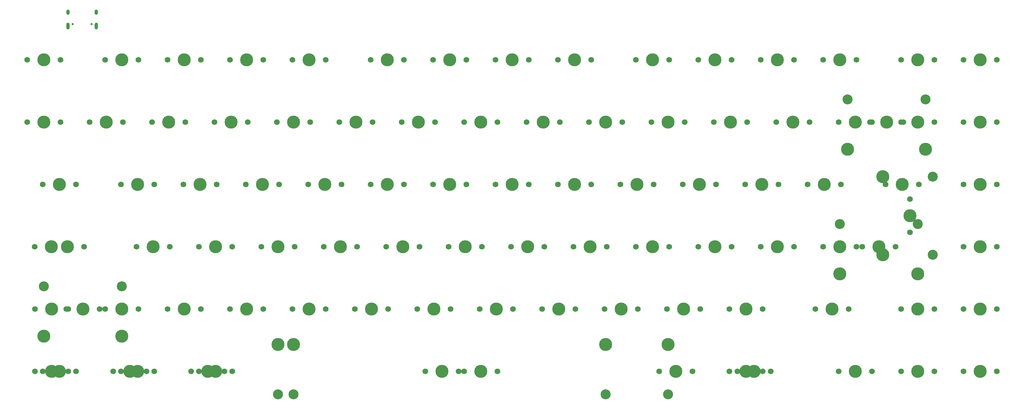
<source format=gts>
%TF.GenerationSoftware,KiCad,Pcbnew,(5.1.8)-1*%
%TF.CreationDate,2021-03-13T12:56:25+01:00*%
%TF.ProjectId,Space Cowboy - A Jupiter75 Replacement PCB,53706163-6520-4436-9f77-626f79202d20,rev?*%
%TF.SameCoordinates,Original*%
%TF.FileFunction,Soldermask,Top*%
%TF.FilePolarity,Negative*%
%FSLAX46Y46*%
G04 Gerber Fmt 4.6, Leading zero omitted, Abs format (unit mm)*
G04 Created by KiCad (PCBNEW (5.1.8)-1) date 2021-03-13 12:56:25*
%MOMM*%
%LPD*%
G01*
G04 APERTURE LIST*
%ADD10C,1.750000*%
%ADD11C,3.987800*%
%ADD12C,3.048000*%
%ADD13C,0.650000*%
%ADD14O,1.000000X2.100000*%
%ADD15O,1.000000X1.600000*%
G04 APERTURE END LIST*
D10*
X307643530Y-152389840D03*
X297483530Y-152389840D03*
D11*
X302563530Y-152389840D03*
X319214500Y-104775000D03*
D10*
X319214500Y-99695000D03*
X319214500Y-109855000D03*
D12*
X326199500Y-92868750D03*
X326199500Y-116681250D03*
D11*
X310959500Y-92868750D03*
X310959500Y-116681250D03*
X176357280Y-152389840D03*
D10*
X171277280Y-152389840D03*
X181437280Y-152389840D03*
D12*
X126357380Y-159374840D03*
X226357180Y-159374840D03*
D11*
X126357380Y-144134840D03*
X226357180Y-144134840D03*
D13*
X69438000Y-46229600D03*
X63658000Y-46229600D03*
D14*
X62228000Y-46759600D03*
X70868000Y-46759600D03*
D15*
X62228000Y-42579600D03*
X70868000Y-42579600D03*
D10*
X183818530Y-95239840D03*
X173658530Y-95239840D03*
D11*
X178738530Y-95239840D03*
D10*
X102856030Y-133339840D03*
X92696030Y-133339840D03*
D11*
X97776030Y-133339840D03*
D10*
X121906030Y-133339840D03*
X111746030Y-133339840D03*
D11*
X116826030Y-133339840D03*
D10*
X88568530Y-152389840D03*
X78408530Y-152389840D03*
D11*
X83488530Y-152389840D03*
D10*
X86187280Y-152389840D03*
X76027280Y-152389840D03*
D11*
X81107280Y-152389840D03*
D10*
X276687280Y-152389840D03*
X266527280Y-152389840D03*
D11*
X271607280Y-152389840D03*
D10*
X107618530Y-95239840D03*
X97458530Y-95239840D03*
D11*
X102538530Y-95239840D03*
D10*
X160006030Y-133339840D03*
X149846030Y-133339840D03*
D11*
X154926030Y-133339840D03*
D10*
X326693530Y-133339840D03*
X316533530Y-133339840D03*
D11*
X321613530Y-133339840D03*
D10*
X59993530Y-76189840D03*
X49833530Y-76189840D03*
D11*
X54913530Y-76189840D03*
D10*
X279068530Y-95239840D03*
X268908530Y-95239840D03*
D11*
X273988530Y-95239840D03*
D10*
X202868530Y-95239840D03*
X192708530Y-95239840D03*
D11*
X197788530Y-95239840D03*
D10*
X83806030Y-133339840D03*
X73646030Y-133339840D03*
D11*
X78726030Y-133339840D03*
X316851030Y-95239840D03*
D10*
X311771030Y-95239840D03*
X321931030Y-95239840D03*
X307643530Y-76189840D03*
X297483530Y-76189840D03*
D11*
X302563530Y-76189840D03*
D10*
X64756030Y-95239840D03*
X54596030Y-95239840D03*
D11*
X59676030Y-95239840D03*
D10*
X164768530Y-95239840D03*
X154608530Y-95239840D03*
D11*
X159688530Y-95239840D03*
D10*
X269543530Y-76189840D03*
X259383530Y-76189840D03*
D11*
X264463530Y-76189840D03*
X188263530Y-152389840D03*
D10*
X183183530Y-152389840D03*
X193343530Y-152389840D03*
D12*
X131113530Y-159374840D03*
X245413530Y-159374840D03*
D11*
X131113530Y-144134840D03*
X245413530Y-144134840D03*
D10*
X300499780Y-133339840D03*
X290339780Y-133339840D03*
D11*
X295419780Y-133339840D03*
D10*
X326693530Y-57139840D03*
X316533530Y-57139840D03*
D11*
X321613530Y-57139840D03*
D10*
X112381030Y-114289840D03*
X102221030Y-114289840D03*
D11*
X107301030Y-114289840D03*
D10*
X345743530Y-152389840D03*
X335583530Y-152389840D03*
D11*
X340663530Y-152389840D03*
D10*
X145718530Y-95239840D03*
X135558530Y-95239840D03*
D11*
X140638530Y-95239840D03*
D10*
X88568530Y-95239840D03*
X78408530Y-95239840D03*
D11*
X83488530Y-95239840D03*
D10*
X345743530Y-95239840D03*
X335583530Y-95239840D03*
D11*
X340663530Y-95239840D03*
D10*
X345743530Y-57139840D03*
X335583530Y-57139840D03*
D11*
X340663530Y-57139840D03*
D10*
X260018530Y-95239840D03*
X249858530Y-95239840D03*
D11*
X254938530Y-95239840D03*
D10*
X264781030Y-114289840D03*
X254621030Y-114289840D03*
D11*
X259701030Y-114289840D03*
D10*
X240968530Y-95239840D03*
X230808530Y-95239840D03*
D11*
X235888530Y-95239840D03*
D10*
X288593530Y-76189840D03*
X278433530Y-76189840D03*
D11*
X283513530Y-76189840D03*
D10*
X198106030Y-133339840D03*
X187946030Y-133339840D03*
D11*
X193026030Y-133339840D03*
D10*
X217156030Y-133339840D03*
X206996030Y-133339840D03*
D11*
X212076030Y-133339840D03*
D10*
X62374780Y-133339840D03*
X52214780Y-133339840D03*
D11*
X57294780Y-133339840D03*
X78726030Y-141594840D03*
X54913530Y-141594840D03*
D12*
X78726030Y-126354840D03*
X54913530Y-126354840D03*
D10*
X71899780Y-133339840D03*
X61739780Y-133339840D03*
D11*
X66819780Y-133339840D03*
D10*
X245731030Y-114289840D03*
X235571030Y-114289840D03*
D11*
X240651030Y-114289840D03*
D10*
X226681030Y-114289840D03*
X216521030Y-114289840D03*
D11*
X221601030Y-114289840D03*
D10*
X207631030Y-114289840D03*
X197471030Y-114289840D03*
D11*
X202551030Y-114289840D03*
D10*
X345743530Y-76189840D03*
X335583530Y-76189840D03*
D11*
X340663530Y-76189840D03*
D10*
X221918530Y-95239840D03*
X211758530Y-95239840D03*
D11*
X216838530Y-95239840D03*
D10*
X345743530Y-114289840D03*
X335583530Y-114289840D03*
D11*
X340663530Y-114289840D03*
D10*
X188581030Y-114289840D03*
X178421030Y-114289840D03*
D11*
X183501030Y-114289840D03*
D10*
X169531030Y-114289840D03*
X159371030Y-114289840D03*
D11*
X164451030Y-114289840D03*
D10*
X150481030Y-114289840D03*
X140321030Y-114289840D03*
D11*
X145401030Y-114289840D03*
D10*
X302881030Y-57139840D03*
X292721030Y-57139840D03*
D11*
X297801030Y-57139840D03*
D10*
X283831030Y-57139840D03*
X273671030Y-57139840D03*
D11*
X278751030Y-57139840D03*
D10*
X264781030Y-57139840D03*
X254621030Y-57139840D03*
D11*
X259701030Y-57139840D03*
D10*
X245731030Y-57139840D03*
X235571030Y-57139840D03*
D11*
X240651030Y-57139840D03*
D10*
X221918530Y-57139840D03*
X211758530Y-57139840D03*
D11*
X216838530Y-57139840D03*
D10*
X202868530Y-57139840D03*
X192708530Y-57139840D03*
D11*
X197788530Y-57139840D03*
D10*
X183818530Y-57139840D03*
X173658530Y-57139840D03*
D11*
X178738530Y-57139840D03*
D10*
X164768530Y-57139840D03*
X154608530Y-57139840D03*
D11*
X159688530Y-57139840D03*
D10*
X140956030Y-57139840D03*
X130796030Y-57139840D03*
D11*
X135876030Y-57139840D03*
D10*
X121906030Y-57139840D03*
X111746030Y-57139840D03*
D11*
X116826030Y-57139840D03*
D10*
X102856030Y-57139840D03*
X92696030Y-57139840D03*
D11*
X97776030Y-57139840D03*
D10*
X83806030Y-57139840D03*
X73646030Y-57139840D03*
D11*
X78726030Y-57139840D03*
D10*
X59993530Y-57139840D03*
X49833530Y-57139840D03*
D11*
X54913530Y-57139840D03*
X321613530Y-122544840D03*
X297801030Y-122544840D03*
D12*
X321613530Y-107304840D03*
X297801030Y-107304840D03*
D10*
X314787280Y-114289840D03*
X304627280Y-114289840D03*
D11*
X309707280Y-114289840D03*
D10*
X345743530Y-133339840D03*
X335583530Y-133339840D03*
D11*
X340663530Y-133339840D03*
D10*
X126668530Y-95239840D03*
X116508530Y-95239840D03*
D11*
X121588530Y-95239840D03*
D10*
X326693530Y-152389840D03*
X316533530Y-152389840D03*
D11*
X321613530Y-152389840D03*
D10*
X326693530Y-76189840D03*
X316533530Y-76189840D03*
D11*
X321613530Y-76189840D03*
D10*
X131431030Y-114289840D03*
X121271030Y-114289840D03*
D11*
X126351030Y-114289840D03*
D10*
X64756030Y-152389840D03*
X54596030Y-152389840D03*
D11*
X59676030Y-152389840D03*
D10*
X62374780Y-152389840D03*
X52214780Y-152389840D03*
D11*
X57294780Y-152389840D03*
D10*
X62230000Y-114300000D03*
X52070000Y-114300000D03*
D11*
X57150000Y-114300000D03*
D10*
X67137280Y-114289840D03*
X56977280Y-114289840D03*
D11*
X62057280Y-114289840D03*
D10*
X140956030Y-133339840D03*
X130796030Y-133339840D03*
D11*
X135876030Y-133339840D03*
X323994780Y-84444840D03*
X300182280Y-84444840D03*
D12*
X323994780Y-69204840D03*
X300182280Y-69204840D03*
D10*
X317168530Y-76189840D03*
X307008530Y-76189840D03*
D11*
X312088530Y-76189840D03*
D10*
X179056030Y-133339840D03*
X168896030Y-133339840D03*
D11*
X173976030Y-133339840D03*
D10*
X252874780Y-152389840D03*
X242714780Y-152389840D03*
D11*
X247794780Y-152389840D03*
D10*
X274306030Y-152389840D03*
X264146030Y-152389840D03*
D11*
X269226030Y-152389840D03*
D10*
X112381030Y-152389840D03*
X102221030Y-152389840D03*
D11*
X107301030Y-152389840D03*
X104919780Y-152389840D03*
D10*
X99839780Y-152389840D03*
X109999780Y-152389840D03*
X283831030Y-114289840D03*
X273671030Y-114289840D03*
D11*
X278751030Y-114289840D03*
D10*
X93331030Y-114289840D03*
X83171030Y-114289840D03*
D11*
X88251030Y-114289840D03*
D10*
X274306030Y-133339840D03*
X264146030Y-133339840D03*
D11*
X269226030Y-133339840D03*
D10*
X298118530Y-95239840D03*
X287958530Y-95239840D03*
D11*
X293038530Y-95239840D03*
D10*
X302881030Y-114289840D03*
X292721030Y-114289840D03*
D11*
X297801030Y-114289840D03*
D10*
X231443530Y-76189840D03*
X221283530Y-76189840D03*
D11*
X226363530Y-76189840D03*
D10*
X212393530Y-76189840D03*
X202233530Y-76189840D03*
D11*
X207313530Y-76189840D03*
D10*
X193343530Y-76189840D03*
X183183530Y-76189840D03*
D11*
X188263530Y-76189840D03*
D10*
X174293530Y-76189840D03*
X164133530Y-76189840D03*
D11*
X169213530Y-76189840D03*
D10*
X155243530Y-76189840D03*
X145083530Y-76189840D03*
D11*
X150163530Y-76189840D03*
D10*
X136193530Y-76189840D03*
X126033530Y-76189840D03*
D11*
X131113530Y-76189840D03*
D10*
X117143530Y-76189840D03*
X106983530Y-76189840D03*
D11*
X112063530Y-76189840D03*
D10*
X98093530Y-76189840D03*
X87933530Y-76189840D03*
D11*
X93013530Y-76189840D03*
D10*
X79043530Y-76189840D03*
X68883530Y-76189840D03*
D11*
X73963530Y-76189840D03*
D10*
X250493530Y-76189840D03*
X240333530Y-76189840D03*
D11*
X245413530Y-76189840D03*
D10*
X255256030Y-133339840D03*
X245096030Y-133339840D03*
D11*
X250176030Y-133339840D03*
D10*
X236206030Y-133339840D03*
X226046030Y-133339840D03*
D11*
X231126030Y-133339840D03*
M02*

</source>
